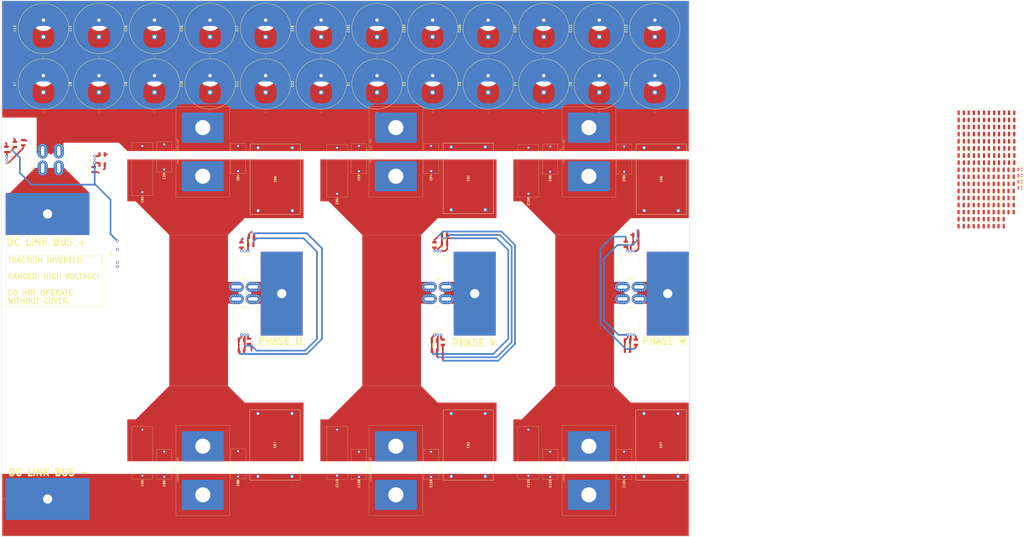
<source format=kicad_pcb>
(kicad_pcb (version 20241229) (generator "pcbnew") (generator_version "9.0")
  (layers (0 "F.Cu" signal) (4 "In1.Cu" signal) (6 "In2.Cu" signal) (2 "B.Cu" signal) (13 "F.Paste" user) (15 "B.Paste" user) (5 "F.SilkS" user "F.Silkscreen") (7 "B.SilkS" user "B.Silkscreen") (1 "F.Mask" user) (3 "B.Mask" user) (25 "Edge.Cuts" user))
  (net 0 "")
  (net 1 "DC_LINK_BUS")
  (net 2 "GNDPWR")
  (net 3 "DC_LINK_BUS_ISOLATED_VSENSE")
  (net 4 "+5V")
  (net 5 "Net-(IC1--IN)")
  (net 6 "Net-(IC1-+IN)")
  (net 7 "GND")
  (net 8 "Net-(IC2--IN)")
  (net 9 "Net-(IC2-+IN)")
  (net 10 "PHASE_U_ISOLATED_VSENSE")
  (net 11 "DC_LINK_BUS_IN")
  (net 12 "Net-(IC3-VIOUT)")
  (net 13 "Net-(IC4-VIOUT)")
  (net 14 "PHASE_U")
  (net 15 "PHASE_U_OUT")
  (net 16 "Net-(IC5-VIOUT)")
  (net 17 "Net-(IC6-VIOUT)")
  (net 18 "PHASE_V_OUT")
  (net 19 "PHASE_V")
  (net 20 "Net-(IC7-VIOUT)")
  (net 21 "Net-(IC8-VIOUT)")
  (net 22 "PHASE_W_OUT")
  (net 23 "PHASE_W")
  (net 24 "Net-(IC9-VIOUT)")
  (net 25 "Net-(IC10-VIOUT)")
  (net 26 "Net-(IC11-+IN)")
  (net 27 "PHASE_V_ISOLATED_VSENSE")
  (net 28 "Net-(IC11--IN)")
  (net 29 "Net-(IC12--IN)")
  (net 30 "PHASE_W_ISOLATED_VSENSE")
  (net 31 "Net-(IC12-+IN)")
  (net 32 "Net-(AT1-DCDC_IN)")
  (net 33 "Net-(AT1-DCDC_OUT)")
  (net 34 "Net-(AT1-HLDO_OUT)")
  (net 35 "Net-(AT1-INP)")
  (net 36 "Net-(AT1-INN)")
  (net 37 "Net-(AT2-HLDO_OUT)")
  (net 38 "Net-(AT2-INP)")
  (net 39 "Net-(AT2-INN)")
  (net 40 "Net-(AT2-DCDC_OUT)")
  (net 41 "Net-(AT2-DCDC_IN)")
  (net 42 "Net-(AT3-HLDO_OUT)")
  (net 43 "Net-(AT3-INP)")
  (net 44 "Net-(AT3-INN)")
  (net 45 "Net-(AT3-DCDC_OUT)")
  (net 46 "Net-(AT3-DCDC_IN)")
  (net 47 "Net-(AT4-HLDO_OUT)")
  (net 48 "Net-(AT4-INN)")
  (net 49 "Net-(AT4-INP)")
  (net 50 "Net-(AT4-DCDC_OUT)")
  (net 51 "Net-(AT4-DCDC_IN)")
  (net 52 "DC_LINK_BUS_CURRENT_SENSE")
  (net 53 "PHASE_U_ISENSE")
  (net 54 "PHASE_V_ISENSE")
  (net 55 "PHASE_W_ISENSE")
  (net 56 "Net-(R10-Pad2)")
  (net 57 "Net-(R10-Pad1)")
  (net 58 "Net-(R11-Pad1)")
  (net 59 "Net-(R12-Pad1)")
  (net 60 "Net-(R13-Pad1)")
  (net 61 "DC_LINK_BUS_VSENSE")
  (net 62 "Net-(R16-Pad1)")
  (net 63 "Net-(R17-Pad1)")
  (net 64 "Net-(R18-Pad1)")
  (net 65 "Net-(R19-Pad1)")
  (net 66 "Net-(R20-Pad1)")
  (net 67 "PHASE_U_VSENSE")
  (net 68 "Net-(R23-Pad1)")
  (net 69 "Net-(R24-Pad1)")
  (net 70 "Net-(R25-Pad1)")
  (net 71 "Net-(R26-Pad1)")
  (net 72 "Net-(R27-Pad1)")
  (net 73 "PHASE_V_VSENSE")
  (net 74 "Net-(R30-Pad1)")
  (net 75 "Net-(R31-Pad1)")
  (net 76 "Net-(R32-Pad1)")
  (net 77 "Net-(R33-Pad1)")
  (net 78 "Net-(R34-Pad1)")
  (net 79 "PHASE_W_VSENSE")
  (net 80 "Net-(AT1-OUTP)")
  (net 81 "Net-(AT1-OUTN)")
  (net 82 "Net-(AT2-OUTN)")
  (net 83 "Net-(AT2-OUTP)")
  (net 84 "Net-(AT3-OUTN)")
  (net 85 "Net-(AT3-OUTP)")
  (net 86 "Net-(AT4-OUTN)")
  (net 87 "Net-(AT4-OUTP)")
  (net 88 "+12V")
  (footprint "Capacitor_SMD:C_1210_3225Metric_Pad1.33x2.70mm_HandSolder" (layer "F.Cu") (at 499.885 16.405)
    (property "Reference" "C61")
    (property "Value" "10nF")
  )
  (footprint "InverterCom:BusBarConnection" (layer "F.Cu") (at -83 72.5 90)
    (property "Reference" "J2")
    (property "Value" "~" (hide yes))
  )
  (footprint "InverterCom:ALH82A750CB600" (layer "F.Cu") (at 34.3 -33.1 90)
    (property "Reference" "C16")
    (property "Value" "ALH82A750CB600" (hide yes))
  )
  (footprint "InverterCom:ALH82A750CB600" (layer "F.Cu") (at -31.9 -33.1 90)
    (property "Reference" "C14")
    (property "Value" "ALH82A750CB600" (hide yes))
  )
  (footprint "Capacitor_SMD:C_1210_3225Metric_Pad1.33x2.70mm_HandSolder" (layer "F.Cu") (at 511.905 37.655)
    (property "Reference" "C82")
    (property "Value" "100nF")
  )
  (footprint "Capacitor_SMD:C_1210_3225Metric_Pad1.33x2.70mm_HandSolder" (layer "F.Cu") (at 487.865 20.655)
    (property "Reference" "C46")
    (property "Value" "10nF")
  )
  (footprint "InverterCom:ALH82A750CB600" (layer "F.Cu") (at 266.2 0 90)
    (property "Reference" "C5")
    (property "Value" "ALH82A750CB600" (hide yes))
  )
  (footprint "Resistor_SMD:R_1210_3225Metric_Pad1.30x2.65mm_HandSolder" (layer "F.Cu") (at 511.575 46.135)
    (property "Reference" "R54")
    (property "Value" "16.5k")
  )
  (footprint "InverterCom:ALH82A750CB600" (layer "F.Cu") (at 133.8 0 90)
    (property "Reference" "C1")
    (property "Value" "ALH82A750CB600" (hide yes))
  )
  (footprint "Capacitor_SMD:C_1210_3225Metric_Pad1.33x2.70mm_HandSolder" (layer "F.Cu") (at 53 147.5 180)
    (property "Reference" "C19")
    (property "Value" "100nF")
  )
  (footprint "Capacitor_SMD:C_1210_3225Metric_Pad1.33x2.70mm_HandSolder" (layer "F.Cu") (at 481.855 29.155)
    (property "Reference" "C40")
    (property "Value" "10nF")
  )
  (footprint "InverterCom:CM600HA-24H-PWR" (layer "F.Cu") (at 145 240 90)
    (property "Reference" "Q4")
    (property "Value" "~" (hide yes))
  )
  (footprint "Capacitor_SMD:C_1210_3225Metric_Pad1.33x2.70mm_HandSolder" (layer "F.Cu") (at 168 154)
    (property "Reference" "C31")
    (property "Value" "1uF")
  )
  (footprint "Capacitor_SMD:C_1210_3225Metric_Pad1.33x2.70mm_HandSolder" (layer "F.Cu") (at 174 90 180)
    (property "Reference" "C30")
    (property "Value" "100nF")
  )
  (footprint "InverterCom:BusBarConnection" (layer "F.Cu") (at 192 99.5)
    (property "Reference" "J4")
    (property "Value" "~" (hide yes))
  )
  (footprint "InverterCom:ALH82A750CB600" (layer "F.Cu") (at 133.8 -33.1 90)
    (property "Reference" "C101")
    (property "Value" "ALH82A750CB600" (hide yes))
  )
  (footprint "Resistor_SMD:R_1210_3225Metric_Pad1.30x2.65mm_HandSolder" (layer "F.Cu") (at 499.675 54.555)
    (property "Reference" "R38")
    (property "Value" "0")
  )
  (footprint "InverterCom:CM600HA-24H-PWR" (layer "F.Cu") (at 30 240 90)
    (property "Reference" "Q2")
    (property "Value" "~" (hide yes))
  )
  (footprint "Capacitor_SMD:C_1210_3225Metric_Pad1.33x2.70mm_HandSolder" (layer "F.Cu") (at 511.905 33.405)
    (property "Reference" "C81")
    (property "Value" "1uF")
  )
  (footprint "InverterCom:B32774X__31.5_x_12.5_" (layer "F.Cu") (at 224 60.5 90)
    (property "Reference" "C100")
    (property "Value" "B32774X0205K000" (hide yes))
  )
  (footprint "Capacitor_SMD:C_1210_3225Metric_Pad1.33x2.70mm_HandSolder" (layer "F.Cu") (at 493.875 33.405)
    (property "Reference" "C57")
    (property "Value" "1uF")
  )
  (footprint "Capacitor_SMD:C_1210_3225Metric_Pad1.33x2.70mm_HandSolder" (layer "F.Cu") (at 505.895 29.155)
    (property "Reference" "C72")
    (property "Value" "10nF")
  )
  (footprint "Capacitor_SMD:C_1210_3225Metric_Pad1.33x2.70mm_HandSolder" (layer "F.Cu") (at 288 85 180)
    (property "Reference" "C28")
    (property "Value" "1uF")
  )
  (footprint "InverterCom:CM600HA-24H-PWR" (layer "F.Cu") (at 145 50 90)
    (property "Reference" "Q3")
    (property "Value" "~" (hide yes))
  )
  (footprint "InverterCom:SOT65P210X110-5N" (layer "F.Cu") (at 516.875 53.28)
    (property "Reference" "IC11")
    (property "Value" "TLV6001QDCKRQ1" (hide yes))
  )
  (footprint "Resistor_SMD:R_1210_3225Metric_Pad1.30x2.65mm_HandSolder" (layer "F.Cu") (at 499.675 58.765)
    (property "Reference" "R39")
    (property "Value" "10k")
  )
  (footprint "Resistor_SMD:R_1210_3225Metric_Pad1.30x2.65mm_HandSolder" (layer "F.Cu") (at 481.825 71.395)
    (property "Reference" "R15")
    (property "Value" "0")
  )
  (footprint "Resistor_SMD:R_1210_3225Metric_Pad1.30x2.65mm_HandSolder" (layer "F.Cu") (at -77 30 90)
    (property "Reference" "R2")
    (property "Value" "4.7k")
  )
  (footprint "InverterCom:ALH82A750CB600" (layer "F.Cu") (at 299.3 0 90)
    (property "Reference" "C6")
    (property "Value" "ALH82A750CB600" (hide yes))
  )
  (footprint "InverterCom:CM600HA-24H-PWR" (layer "F.Cu") (at 260 50 90)
    (property "Reference" "Q5")
    (property "Value" "~" (hide yes))
  )
  (footprint "Resistor_SMD:R_1210_3225Metric_Pad1.30x2.65mm_HandSolder" (layer "F.Cu") (at 493.725 54.555)
    (property "Reference" "R29")
    (property "Value" "4.7k")
  )
  (footprint "Resistor_SMD:R_1210_3225Metric_Pad1.30x2.65mm_HandSolder" (layer "F.Cu") (at 505.625 75.605)
    (property "Reference" "R52")
    (property "Value" "10k")
  )
  (footprint "Sensor_Current:Allegro_CB_PFF" (layer "F.Cu") (at 283.12 144.585)
    (property "Reference" "IC9")
    (property "Value" "ACS772ECB-400B-PFF-T")
  )
  (footprint "Capacitor_SMD:C_1210_3225Metric_Pad1.33x2.70mm_HandSolder" (layer "F.Cu") (at 487.865 12.155)
    (property "Reference" "C44")
    (property "Value" "100nF")
  )
  (footprint "InverterCom:ALH82A750CB600" (layer "F.Cu") (at 100.5 0 90)
    (property "Reference" "C12")
    (property "Value" "ALH82A750CB600" (hide yes))
  )
  (footprint "InverterCom:C4AQNBW5200M3LJ" (layer "F.Cu") (at 313.15 229 90)
    (property "Reference" "C97")
    (property "Value" "C4AQNBW5200M3LJ" (hide yes))
  )
  (footprint "Capacitor_SMD:C_1210_3225Metric_Pad1.33x2.70mm_HandSolder" (layer "F.Cu") (at -35 46 -90)
    (property "Reference" "C34")
    (property "Value" "100nF")
  )
  (footprint "InverterCom:CM600HA-24H-PWR" (layer "F.Cu") (at 260 240 90)
    (property "Reference" "Q6")
    (property "Value" "~" (hide yes))
  )
  (footprint "Resistor_SMD:R_1210_3225Metric_Pad1.30x2.65mm_HandSolder" (layer "F.Cu") (at 481.825 58.765)
    (property "Reference" "R12")
    (property "Value" "1M")
  )
  (footprint "InverterCom:B32652__18_x_9_" (layer "F.Cu") (at 281 47.275 90)
    (property "Reference" "C99")
    (property "Value" "B32652A0104K000" (hide yes))
  )
  (footprint "Capacitor_SMD:C_1210_3225Metric_Pad1.33x2.70mm_HandSolder" (layer "F.Cu") (at 481.855 24.905)
    (property "Reference" "C39")
    (property "Value" "1uF")
  )
  (footprint "Capacitor_SMD:C_1210_3225Metric_Pad1.33x2.70mm_HandSolder" (layer "F.Cu") (at 505.895 12.155)
    (property "Reference" "C68")
    (property "Value" "10nF")
  )
  (footprint "Capacitor_SMD:C_1210_3225Metric_Pad1.33x2.70mm_HandSolder" (layer "F.Cu") (at 493.875 16.405)
    (property "Reference" "C53")
    (property "Value" "1uF")
  )
  (footprint "InverterCom:SOT65P210X110-5N" (layer "F.Cu") (at 516.875 45.88)
    (property "Reference" "IC1")
    (property "Value" "TLV6001QDCKRQ1" (hide yes))
  )
  (footprint "Resistor_SMD:R_1210_3225Metric_Pad1.30x2.65mm_HandSolder" (layer "F.Cu") (at 481.825 67.185)
    (property "Reference" "R14")
    (property "Value" "4.7k")
  )
  (footprint "Capacitor_SMD:C_1210_3225Metric_Pad1.33x2.70mm_HandSolder" (layer "F.Cu") (at 499.885 29.155)
    (property "Reference" "C64")
    (property "Value" "100nF")
  )
  (footprint "Capacitor_SMD:C_1210_3225Metric_Pad1.33x2.70mm_HandSolder" (layer "F.Cu") (at 58.56 90.89)
    (property "Reference" "C32")
    (property "Value" "100nF")
  )
  (footprint "Capacitor_SMD:C_1210_3225Metric_Pad1.33x2.70mm_HandSolder" (layer "F.Cu") (at -30 43)
    (property "Reference" "C23")
    (property "Value" "1uF")
  )
  (footprint "Resistor_SMD:R_1210_3225Metric_Pad1.30x2.65mm_HandSolder" (layer "F.Cu") (at 481.825 54.555)
    (property "Reference" "R11")
    (property "Value" "1M")
  )
  (footprint "InverterCom:ALH82A750CB600" (layer "F.Cu") (at 67.4 -33.1 90)
    (property "Reference" "C17")
    (property "Value" "ALH82A750CB600" (hide yes))
  )
  (footprint "Capacitor_SMD:C_1210_3225Metric_Pad1.33x2.70mm_HandSolder" (layer "F.Cu") (at 174 85 180)
    (property "Reference" "C33")
    (property "Value" "1uF")
  )
  (footprint "InverterCom:ALH82A750CB600" (layer "F.Cu") (at 67.4 0 90)
    (property "Reference" "C11")
    (property "Value" "ALH82A750CB600" (hide yes))
  )
  (footprint "Resistor_SMD:R_1210_3225Metric_Pad1.30x2.65mm_HandSolder" (layer "F.Cu") (at 493.725 46.135)
    (property "Reference" "R27")
    (property "Value" "0")
  )
  (footprint "Capacitor_SMD:C_1210_3225Metric_Pad1.33x2.70mm_HandSolder" (layer "F.Cu") (at 511.905 20.655)
    (property "Reference" "C78")
    (property "Value" "1uF")
  )
  (footprint "InverterCom:B32774X__31.5_x_12.5_" (layer "F.Cu") (at 110 228.625 90)
    (property "Reference" "C110")
    (property "Value" "B32774X0205K000" (hide yes))
  )
  (footprint "InverterCom:C4AQNBW5200M3LJ" (layer "F.Cu") (at 83.15 229 90)
    (property "Reference" "C87")
    (property "Value" "C4AQNBW5200M3LJ" (hide yes))
  )
  (footprint "InverterCom:ALH82A750CB600" (layer "F.Cu") (at 200 0 90)
    (property "Reference" "C3")
    (property "Value" "ALH82A750CB600" (hide yes))
  )
  (footprint "InverterCom:B32652__18_x_9_" (layer "F.Cu") (at 237 47.275 90)
    (property "Reference" "C98")
    (property "Value" "B32652A0104K000" (hide yes))
  )
  (footprint "Sensor_Current:Allegro_CB_PFF" (layer "F.Cu") (at -86.825 38.15 -90)
    (property "Reference" "IC3")
    (property "Value" "ACS772ECB-400B-PFF-T")
  )
  (footprint "InverterCom:B32652__18_x_9_" (layer "F.Cu") (at 237 229.275 90)
    (property "Reference" "C103")
    (property "Value" "B32652A0104K000" (hide yes))
  )
  (footprint "Resistor_SMD:R_1210_3225Metric_Pad1.30x2.65mm_HandSolder" (layer "F.Cu") (at 505.625 50.345)
    (property "Reference" "R46")
    (property "Value" "10k")
  )
  (footprint "Capacitor_SMD:C_1210_3225Metric_Pad1.33x2.70mm_HandSolder" (layer "F.Cu") (at 493.875 29.155)
    (property "Reference" "C56")
    (property "Value" "10nF")
  )
  (footprint "Resistor_SMD:R_1210_3225Metric_Pad1.30x2.65mm_HandSolder" (layer "F.Cu") (at 487.775 71.395)
    (property "Reference" "R24")
    (property "Value" "1M")
  )
  (footprint "Sensor_Current:Allegro_CB_PFF" (layer "F.Cu") (at 56.91 94.6 180)
    (property "Reference" "IC6")
    (property "Value" "ACS772ECB-400B-PFF-T")
  )
  (footprint "Capacitor_SMD:C_1210_3225Metric_Pad1.33x2.70mm_HandSolder" (layer "F.Cu") (at 481.855 12.155)
    (property "Reference" "C35")
    (property "Value" "1uF")
  )
  (footprint "Capacitor_SMD:C_1210_3225Metric_Pad1.33x2.70mm_HandSolder" (layer "F.Cu") (at 493.875 12.155)
    (property "Reference" "C52")
    (property "Value" "100nF")
  )
  (footprint "InverterCom:B32652__18_x_9_" (layer "F.Cu") (at 7 46 90)
    (property "Reference" "C20")
    (property "Value" "B32652A0104K000" (hide yes))
  )
  (footprint "InverterCom:ALH82A750CB600" (layer "F.Cu") (at 100.5 -33.1 90)
    (property "Reference" "C18")
    (property "Value" "ALH82A750CB600" (hide yes))
  )
  (footprint "Resistor_SMD:R_1210_3225Metric_Pad1.30x2.65mm_HandSolder" (layer "F.Cu") (at 493.725 58.765)
    (property "Reference" "R30")
    (property "Value" "1M")
  )
  (footprint "InverterCom:ALH82A750CB600" (layer "F.Cu") (at 266.2 -33.1 90)
    (property "Reference" "C111")
    (property "Value" "ALH82A750CB600" (hide yes))
  )
  (footprint "Resistor_SMD:R_1210_3225Metric_Pad1.30x2.65mm_HandSolder" (layer "F.Cu") (at 499.675 46.135)
    (property "Reference" "R36")
    (property "Value" "4.7k")
  )
  (footprint "Resistor_SMD:R_1210_3225Metric_Pad1.30x2.65mm_HandSolder" (layer "F.Cu") (at 499.675 67.185)
    (property "Reference" "R41")
    (property "Value" "16.5k")
  )
  (footprint "Capacitor_SMD:C_1210_3225Metric_Pad1.33x2.70mm_HandSolder" (layer "F.Cu") (at 499.885 12.155)
    (property "Reference" "C60")
    (property "Value" "10nF")
  )
  (footprint "InverterCom:CM600HA-24H-PWR" (layer "F.Cu") (at 30 50 90)
    (property "Reference" "Q1")
    (property "Value" "~" (hide yes))
  )
  (footprint "InverterCom:RKE1205SH" (layer "F.Cu") (at -20.915 103.825 90)
    (property "Reference" "PS1")
    (property "Value" "RKE-1205S_H" (hide yes))
  )
  (footprint "InverterCom:B32652__18_x_9_" (layer "F.Cu") (at 51 229 90)
    (property "Reference" "C88")
    (property "Value" "B32652A0104K000" (hide yes))
  )
  (footprint "InverterCom:ALH82A750CB600" (layer "F.Cu") (at 1.2 0 90)
    (property "Reference" "C9")
    (property "Value" "ALH82A750CB600" (hide yes))
  )
  (footprint "Resistor_SMD:R_1210_3225Metric_Pad1.30x2.65mm_HandSolder" (layer "F.Cu") (at 481.825 46.135)
    (property "Reference" "R9")
    (property "Value" "1M")
  )
  (footprint "Capacitor_SMD:C_1210_3225Metric_Pad1.33x2.70mm_HandSolder" (layer "F.Cu") (at 487.865 33.405)
    (property "Reference" "C49")
    (property "Value" "10nF")
  )
  (footprint "Capacitor_SMD:C_1210_3225Metric_Pad1.33x2.70mm_HandSolder" (layer "F.Cu") (at 283 154)
    (property "Reference" "C37")
    (property "Value" "1uF")
  )
  (footprint "Resistor_SMD:R_1210_3225Metric_Pad1.30x2.65mm_HandSolder" (layer "F.Cu") (at 505.625 79.815)
    (property "Reference" "R53")
    (property "Value" "16.5k")
  )
  (footprint "InverterCom:ALH82A750CB600" (layer "F.Cu") (at 1.2 -33.1 90)
    (property "Reference" "C15")
    (property "Value" "ALH82A750CB600" (hide yes))
  )
  (footprint "Capacitor_SMD:C_1210_3225Metric_Pad1.33x2.70mm_HandSolder" (layer "F.Cu") (at 505.895 41.905)
    (property "Reference" "C75")
    (property "Value" "10nF")
  )
  (footprint "InverterCom:B32652__18_x_9_" (layer "F.Cu") (at 166 47 90)
    (property "Reference" "C94")
    (property "Value" "B32652A0104K000" (hide yes))
  )
  (footprint "Sensor_Current:Allegro_CB_PFF" (layer "F.Cu") (at 53.1 144.585)
    (property "Reference" "IC5")
    (property "Value" "ACS772ECB-400B-PFF-T")
  )
  (footprint "Capacitor_SMD:C_1210_3225Metric_Pad1.33x2.70mm_HandSolder" (layer "F.Cu") (at 288 90 180)
    (property "Reference" "C27")
    (property "Value" "100nF")
  )
  (footprint "InverterCom:C4AQNBW5200M3LJ" (layer "F.Cu") (at 313.3 70.5 90)
    (property "Reference" "C96")
    (property "Value" "C4AQNBW5200M3LJ" (hide yes))
  )
  (footprint "InverterCom:ALH82A750CB600" (layer "F.Cu") (at 166.9 0 90)
    (property "Reference" "C2")
    (property "Value" "ALH82A750CB600" (hide yes))
  )
  (footprint "Resistor_SMD:R_1210_3225Metric_Pad1.30x2.65mm_HandSolder" (layer "F.Cu") (at 511.575 58.765)
    (property "Reference" "R57")
    (property "Value" "10k")
  )
  (footprint "Capacitor_SMD:C_1210_3225Metric_Pad1.33x2.70mm_HandSolder" (layer "F.Cu") (at 481.855 20.655)
    (property "Reference" "C38")
    (property "Value" "100nF")
  )
  (footprint "InverterCom:B32652__18_x_9_" (layer "F.Cu") (at 123 229.275 90)
    (property "Reference" "C108")
    (property "Value" "B32652A0104K000" (hide yes))
  )
  (footprint "Resistor_SMD:R_1210_3225Metric_Pad1.30x2.65mm_HandSolder" (layer "F.Cu") (at 511.575 50.345)
    (property "Reference" "R55")
    (property "Value" "0")
  )
  (footprint "Capacitor_SMD:C_1210_3225Metric_Pad1.33x2.70mm_HandSolder" (layer "F.Cu") (at 511.905 41.905)
    (property "Reference" "C83")
    (property "Value" "100nF")
  )
  (footprint "InverterCom:BusBarConnection" (layer "F.Cu") (at 307 99.5)
    (property "Reference" "J5")
    (property "Value" "~" (hide yes))
  )
  (footprint "InverterCom:ALH82A750CB600" (layer "F.Cu") (at -65 -33.1 90)
    (property "Reference" "C13")
    (property "Value" "ALH82A750CB600" (hide yes))
  )
  (footprint "Resistor_SMD:R_1210_3225Metric_Pad1.30x2.65mm_HandSolder" (layer "F.Cu") (at 168 91 -90)
    (property "Reference" "R6")
    (property "Value" "4.7k")
  )
  (footprint "Resistor_SMD:R_1210_3225Metric_Pad1.30x2.65mm_HandSolder" (layer "F.Cu") (at 481.825 75.605)
    (property "Reference" "R16")
    (property "Value" "1M")
  )
  (footprint "Resistor_SMD:R_1210_3225Metric_Pad1.30x2.65mm_HandSolder" (layer "F.Cu") (at 499.675 50.345)
    (property "Reference" "R37")
    (property "Value" "0")
  )
  (footprint "Resistor_SMD:R_1210_3225Metric_Pad1.30x2.65mm_HandSolder" (layer "F.Cu") (at 511.575 67.185)
    (property "Reference" "R59")
    (property "Value" "16.5k")
  )
  (footprint "Capacitor_SMD:C_1210_3225Metric_Pad1.33x2.70mm_HandSolder" (layer "F.Cu") (at 487.865 16.405)
    (property "Reference" "C45")
    (property "Value" "1uF")
  )
  (footprint "Capacitor_SMD:C_1210_3225Metric_Pad1.33x2.70mm_HandSolder" (layer "F.Cu") (at -87 34 -90)
    (property "Reference" "C22")
    (property "Value" "100nF")
  )
  (footprint "Capacitor_SMD:C_1210_3225Metric_Pad1.33x2.70mm_HandSolder" (layer "F.Cu") (at 481.855 37.655)
    (property "Reference" "C42")
    (property "Value" "100nF")
  )
  (footprint "Resistor_SMD:R_1210_3225Metric_Pad1.30x2.65mm_HandSolder" (layer "F.Cu") (at 493.725 71.395)
    (property "Reference" "R33")
    (property "Value" "1M")
  )
  (footprint "Resistor_SMD:R_1210_3225Metric_Pad1.30x2.65mm_HandSolder" (layer "F.Cu") (at 493.725 50.345)
    (property "Reference" "R28")
    (property "Value" "0")
  )
  (footprint "InverterCom:B32774X__31.5_x_12.5_" (layer "F.Cu") (at -6 228.625 90)
    (property "Reference" "C90")
    (property "Value" "B32774X0205K000" (hide yes))
  )
  (footprint "InverterCom:B32652__18_x_9_" (layer "F.Cu") (at 281 229.275 90)
    (property "Reference" "C104")
    (property "Value" "B32652A0104K000" (hide yes))
  )
  (footprint "Resistor_SMD:R_1210_3225Metric_Pad1.30x2.65mm_HandSolder" (layer "F.Cu") (at 487.775 50.345)
    (property "Reference" "R19")
    (property "Value" "1M")
  )
  (footprint "Resistor_SMD:R_1210_3225Metric_Pad1.30x2.65mm_HandSolder" (layer "F.Cu") (at 505.625 62.975)
    (property "Reference" "R49")
    (property "Value" "0")
  )
  (footprint "Resistor_SMD:R_1210_3225Metric_Pad1.30x2.65mm_HandSolder" (layer "F.Cu") (at 511.575 62.975)
    (property "Reference" "R58")
    (property "Value" "10k")
  )
  (footprint "Resistor_SMD:R_1210_3225Metric_Pad1.30x2.65mm_HandSolder" (layer "F.Cu") (at 487.775 67.185)
    (property "Reference" "R23")
    (property "Value" "1M")
  )
  (footprint "Capacitor_SMD:C_1210_3225Metric_Pad1.33x2.70mm_HandSolder" (layer "F.Cu") (at 505.895 20.655)
    (property "Reference" "C70")
    (property "Value" "100nF")
  )
  (footprint "Resistor_SMD:R_1210_3225Metric_Pad1.30x2.65mm_HandSolder" (layer "F.Cu") (at 493.725 79.815)
    (property "Reference" "R35")
    (property "Value" "0")
  )
  (footprint "Resistor_SMD:R_1210_3225Metric_Pad1.30x2.65mm_HandSolder" (layer "F.Cu") (at 487.775 58.765)
    (property "Reference" "R21")
    (property "Value" "0")
  )
  (footprint "Capacitor_SMD:C_1210_3225Metric_Pad1.33x2.70mm_HandSolder" (layer "F.Cu") (at 481.855 33.405)
    (property "Reference" "C41")
    (property "Value" "10nF")
  )
  (footprint "Capacitor_SMD:C_1210_3225Metric_Pad1.33x2.70mm_HandSolder" (layer "F.Cu") (at 511.905 16.405)
    (property "Reference" "C77")
    (property "Value" "1uF")
  )
  (footprint "Capacitor_SMD:C_1210_3225Metric_Pad1.33x2.70mm_HandSolder" (layer "F.Cu") (at 505.895 16.405)
    (property "Reference" "C69")
    (property "Value" "1uF")
  )
  (footprint "Capacitor_SMD:C_1210_3225Metric_Pad1.33x2.70mm_HandSolder" (layer "F.Cu") (at 481.855 16.405)
    (property "Reference" "C36")
    (property "Value" "100nF")
  )
  (footprint "InverterCom:ALH82A750CB600" (layer "F.Cu") (at -31.9 0 90)
    (property "Reference" "C8")
    (property "Value" "ALH82A750CB600" (hide yes))
  )
  (footprint "Sensor_Current:Allegro_CB_PFF" (layer "F.Cu") (at -34.43 41.9 90)
    (property "Reference" "IC4")
    (property "Value" "ACS772ECB-400B-PFF-T")
  )
  (footprint "InverterCom:ALH82A750CB600" (layer "F.Cu") (at 34.3 0 90)
    (property "Reference" "C10")
    (property "Value" "ALH82A750CB600" (hide yes))
  )
  (footprint "Capacitor_SMD:C_1210_3225Metric_Pad1.33x2.70mm_HandSolder" (layer "F.Cu") (at 493.875 41.905)
    (property "Reference" "C59")
    (property "Value" "100nF")
  )
  (footprint "InverterCom:C4AQNBW5200M3LJ" (layer "F.Cu") (at 83.3 70.5 90)
    (property "Reference" "C86")
    (property "Value" "C4AQNBW5200M3LJ" (hide yes))
  )
  (footprint "InverterCom:SOT65P210X110-5N" (layer "F.Cu") (at 516.875 56.98)
    (property "Reference" "IC12")
    (property "Value" "TLV6001QDCKRQ1" (hide yes))
  )
  (footprint "InverterCom:B32774X__31.5_x_12.5_" (layer "F.Cu") (at 110 60.5 90)
    (property "Reference" "C95")
    (property "Value" "B32774X0205K000" (hide yes))
  )
  (footprint "InverterCom:B32652__18_x_9_" (layer "F.Cu") (at 123 47 90)
    (property "Reference" "C93")
    (property "Value" "B32652A0104K000" (hide yes))
  )
  (footprint "InverterCom:ALH82A750CB600" (layer "F.Cu") (at -65 0 90)
    (property "Reference" "C7")
    (property "Value" "ALH82A750CB600" (hide yes))
  )
  (footprint "Resistor_SMD:R_1210_3225Metric_Pad1.30x2.65mm_HandSolder" (layer "F.Cu") (at 499.675 62.975)
    (property "Reference" "R40")
    (property "Value" "10k")
  )
  (footprint "Resistor_SMD:R_1210_3225Metric_Pad1.30x2.65mm_HandSolder" (layer "F.Cu") (at 173 149 -90)
    (property "Reference" "R5")
    (property "Value" "4.7k")
  )
  (footprint "Capacitor_SMD:C_1210_3225Metric_Pad1.33x2.70mm_HandSolder" (layer "F.Cu") (at 499.885 33.405)
    (property "Reference" "C65")
    (property "Value" "1uF")
  )
  (footprint "Capacitor_SMD:C_1210_3225Metric_Pad1.33x2.70mm_HandSolder" (layer "F.Cu") (at -82 31 90)
    (property "Reference" "C21")
    (property "Value" "1uF")
  )
  (footprint "InverterCom:B32652__18_x_9_" (layer "F.Cu") (at 51 47 90)
    (property "Reference" "C84")
    (property "Value" "B32652A0104K000" (hide yes))
  )
  (footprint "Resistor_SMD:R_1210_3225Metric_Pad1.30x2.65mm_HandSolder" (layer "F.Cu") (at 505.625 71.395)
    (property "Reference" "R51")
    (property "Value" "10k")
  )
  (footprint "InverterCom:B32774X__31.5_x_12.5_" (layer "F.Cu") (at -6 59.5 90)
    (property "Reference" "C85")
    (property "Value" "B32774X0205K000" (hide yes))
  )
  (footprint "Capacitor_SMD:C_1210_3225Metric_Pad1.33x2.70mm_HandSolder" (layer "F.Cu") (at 499.885 41.905)
    (property "Reference" "C67")
    (property "Value" "100nF")
  )
  (footprint "Resistor_SMD:R_1210_3225Metric_Pad1.30x2.65mm_HandSolder" (layer "F.Cu") (at 493.725 62.975)
    (property "Reference" "R31")
    (property "Value" "1M")
  )
  (footprint "Capacitor_SMD:C_1210_3225Metric_Pad1.33x2.70mm_HandSolder" (layer "F.Cu") (at 168 148 180)
    (property "Reference" "C24")
    (property "Value" "100nF")
  )
  (footprint "Capacitor_SMD:C_1210_3225Metric_Pad1.33x2.70mm_HandSolder" (layer "F.Cu") (at 505.895 33.405)
    (property "Reference" "C73")
    (property "Value" "10nF")
  )
  (footprint "InverterCom:C4AQNBW5200M3LJ" (layer "F.Cu") (at 198.3 70 90)
    (property "Reference" "C91")
    (property "Value" "C4AQNBW5200M3LJ" (hide yes))
  )
  (footprint "Resistor_SMD:R_1210_3225Metric_Pad1.30x2.65mm_HandSolder" (layer "F.Cu") (at 487.775 79.815)
    (property "Reference" "R26")
    (property "Value" "1M")
  )
  (footprint "Capacitor_SMD:C_1210_3225Metric_Pad1.33x2.70mm_HandSolder" (layer "F.Cu") (at 487.865 37.655)
    (property "Reference" "C50")
    (property "Value" "100nF")
  )
  (footprint "Resistor_SMD:R_1210_3225Metric_Pad1.30x2.65mm_HandSolder" (layer "F.Cu") (at 481.825 79.815)
    (property "Reference" "R17")
    (property "Value" "1M")
  )
  (footprint "Resistor_SMD:R_1210_3225Metric_Pad1.30x2.65mm_HandSolder" (layer "F.Cu") (at 53 91 -90)
    (property "Reference" "R4")
    (property "Value" "4.7k")
  )
  (footprint "InverterCom:ALH82A750CB600" (layer "F.Cu") (at 200 -33.1 90)
    (property "Reference" "C106")
    (property "Value" "ALH82A750CB600" (hide yes))
  )
  (footprint "Capacitor_SMD:C_1210_3225Metric_Pad1.33x2.70mm_HandSolder" (layer "F.Cu") (at 487.865 41.905)
    (property "Reference" "C51")
    (property "Value" "10nF")
  )
  (footprint "InverterCom:B32652__18_x_9_" (layer "F.Cu") (at 7 229.275 90)
    (property "Reference" "C89")
    (property "Value" "B32652A0104K000" (hide yes))
  )
  (footprint "Resistor_SMD:R_1210_3225Metric_Pad1.30x2.65mm_HandSolder" (layer "F.Cu") (at 511.575 54.555)
    (property "Reference" "R56")
    (property "Value" "0")
  )
  (footprint "Resistor_SMD:R_1210_3225Metric_Pad1.30x2.65mm_HandSolder" (layer "F.Cu") (at 288 149 -90)
    (property "Reference" "R7")
    (property "Value" "4.7k")
  )
  (footprint "InverterCom:ALH82A750CB600" (layer "F.Cu") (at 299.3 -33.1 90)
    (property "Reference" "C112")
    (property "Value" "ALH82A750CB600" (hide yes))
  )
  (footprint "InverterCom:ALH82A750CB600" (layer "F.Cu") (at 233.1 -33.1 90)
    (property "Reference" "C107")
    (property "Value" "ALH82A750CB600" (hide yes))
  )
  (footprint "Resistor_SMD:R_1210_3225Metric_Pad1.30x2.65mm_HandSolder" (layer "F.Cu") (at 505.625 54.555)
    (property "Reference" "R47")
    (property "Value" "16.5k")
  )
  (footprint "Capacitor_SMD:C_1210_3225Metric_Pad1.33x2.70mm_HandSolder" (layer "F.Cu") (at 53 154)
    (property "Reference" "C25")
    (property "Value" "1uF")
  )
  (footprint "Resistor_SMD:R_1210_3225Metric_Pad1.30x2.65mm_HandSolder" (layer "F.Cu") (at 499.675 75.605)
    (property "Reference" "R43")
    (property "Value" "0")
  )
  (footprint "Capacitor_SMD:C_1210_3225Metric_Pad1.33x2.70mm_HandSolder" (layer "F.Cu") (at 511.905 12.155)
    (property "Reference" "C76")
    (property "Value" "100nF")
  )
  (footprint "InverterCom:ALH82A750CB600" (layer "F.Cu") (at 233.1 0 90)
    (property "Reference" "C4")
    (property "Value" "ALH82A750CB600" (hide yes))
  )
  (footprint "Capacitor_SMD:C_1210_3225Metric_Pad1.33x2.70mm_HandSolder" (layer "F.Cu") (at 59 86)
    (property "Reference" "C29")
    (property "Value" "1uF")
  )
  (footprint "InverterCom:C4AQNBW5200M3LJ" (layer "F.Cu") (at 198.3 229 90)
    (property "Reference" "C92")
    (property "Value" "C4AQNBW5200M3LJ" (hide yes))
  )
  (footprint "Resistor_SMD:R_1210_3225Metric_Pad1.30x2.65mm_HandSolder" (layer "F.Cu") (at -30 37 180)
    (property "Reference" "R1")
    (property "Value" "4.7k")
  )
  (footprint "Resistor_SMD:R_1210_3225Metric_Pad1.30x2.65mm_HandSolder" (layer "F.Cu") (at 487.775 46.135)
    (property "Reference" "R18")
    (property "Value" "1M")
  )
  (footprint "Resistor_SMD:R_1210_3225Metric_Pad1.30x2.65mm_HandSolder" (layer "F.Cu") (at 481.825 62.975)
    (property "Reference" "R13")
    (property "Value" "0")
  )
  (footprint "Resistor_SMD:R_1210_3225Metric_Pad1.30x2.65mm_HandSolder" (layer "F.Cu") (at 493.725 67.185)
    (property "Reference" "R32")
    (property "Value" "1M")
  )
  (footprint "InverterCom:BusBarConnection" (layer "F.Cu") (at -83 242.5 90)
    (property "Reference" "J1")
    (property "Value" "~" (hide yes))
  )
  (footprint "Resistor_SMD:R_1210_3225Metric_Pad1.30x2.65mm_HandSolder" (layer "F.Cu") (at 499.675 79.815)
    (property "Reference" "R44")
    (property "Value" "0")
  )
  (footprint "InverterCom:B32652__18_x_9_" (layer "F.Cu") (at 166 229.275 90)
    (property "Reference" "C109")
    (property "Value" "B32652A0104K000" (hide yes))
  )
  (footprint "Capacitor_SMD:C_1210_3225Metric_Pad1.33x2.70mm_HandSolder" (layer "F.Cu") (at 505.895 37.655)
    (property "Reference" "C74")
    (property "Value" "100nF")
  )
  (footprint "Capacitor_SMD:C_1210_3225Metric_Pad1.33x2.70mm_HandSolder" (layer "F.Cu") (at 511.905 29.155)
    (property "Reference" "C80")
    (property "Value" "10nF")
  )
  (footprint "Capacitor_SMD:C_1210_3225Metric_Pad1.33x2.70mm_HandSolder" (layer "F.Cu") (at 481.855 41.905)
    (property "Reference" "C43")
    (property "Value" "10nF")
  )
  (footprint "Resistor_SMD:R_1210_3225Metric_Pad1.30x2.65mm_HandSolder" (layer "F.Cu") (at 511.575 71.395)
    (property "Reference" "R60")
    (property "Value" "16.5k")
  )
  (footprint "Capacitor_SMD:C_1210_3225Metric_Pad1.33x2.70mm_HandSolder" (layer "F.Cu") (at 487.865 29.155)
    (property "Reference" "C48")
    (property "Value" "10nF")
  )
  (footprint "InverterCom:BusBarConnection" (layer "F.Cu") (at 77 99.5)
    (property "Reference" "J3")
    (property "Value" "~" (hide yes))
  )
  (footprint "Capacitor_SMD:C_1210_3225Metric_Pad1.33x2.70mm_HandSolder" (layer "F.Cu") (at 505.895 24.905)
    (property "Reference" "C71")
    (property "Value" "100nF")
  )
  (footprint "Resistor_SMD:R_1210_3225Metric_Pad1.30x2.65mm_HandSolder" (layer "F.Cu") (at 487.775 54.555)
    (property "Reference" "R20")
    (property "Value" "0")
  )
  (footprint "Resistor_SMD:R_1210_3225Metric_Pad1.30x2.65mm_HandSolder" (layer "F.Cu") (at 493.725 75.605)
    (property "Reference" "R34")
    (property "Value" "0")
  )
  (footprint "Resistor_SMD:R_1210_3225Metric_Pad1.30x2.65mm_HandSolder" (layer "F.Cu") (at 487.775 62.975)
    (property "Reference" "R22")
    (property "Value" "4.7k")
  )
  (footprint "Capacitor_SMD:C_1210_3225Metric_Pad1.33x2.70mm_HandSolder" (layer "F.Cu") (at 283 148 180)
    (property "Reference" "C26")
    (property "Value" "100nF")
  )
  (footprint "InverterCom:SOT65P210X110-5N" (layer "F.Cu") (at 516.875 49.58)
    (property "Reference" "IC2")
    (property "Value" "TLV6001QDCKRQ1" (hide yes))
  )
  (footprint "Capacitor_SMD:C_1210_3225Metric_Pad1.33x2.70mm_HandSolder" (layer "F.Cu") (at 511.905 24.905)
    (property "Reference" "C79")
    (property "Value" "100nF")
  )
  (footprint "Resistor_SMD:R_1210_3225Metric_Pad1.30x2.65mm_HandSolder" (layer "F.Cu") (at 505.625 58.765)
    (property "Reference" "R48")
    (property "Value" "16.5k")
  )
  (footprint "Capacitor_SMD:C_1210_3225Metric_Pad1.33x2.70mm_HandSolder" (layer "F.Cu") (at 499.885 24.905)
    (property "Reference" "C63")
    (property "Value" "10nF")
  )
  (footprint "Sensor_Current:Allegro_CB_PFF" (layer "F.Cu") (at 171.91 94.6 180)
    (property "Reference" "IC8")
    (property "Value" "ACS772ECB-400B-PFF-T")
  )
  (footprint "Resistor_SMD:R_1210_3225Metric_Pad1.30x2.65mm_HandSolder" (layer "F.Cu") (at 505.625 67.185)
    (property "Reference" "R50")
    (property "Value" "0")
  )
  (footprint "Capacitor_SMD:C_1210_3225Metric_Pad1.33x2.70mm_HandSolder" (layer "F.Cu") (at 499.885 37.655)
    (property "Reference" "C66")
    (property "Value" "1uF")
  )
  (footprint "Resistor_SMD:R_1210_3225Metric_Pad1.30x2.65mm_HandSolder" (layer "F.Cu") (at 282 90.55 -90)
    (property "Reference" "R8")
    (property "Value" "4.7k")
  )
  (footprint "Sensor_Current:Allegro_CB_PFF" (layer "F.Cu") (at 168.1 144.585)
    (property "Reference" "IC7")
    (property "Value" "ACS772ECB-400B-PFF-T")
  )
  (footprint "Resistor_SMD:R_1210_3225Metric_Pad1.30x2.65mm_HandSolder" (layer "F.Cu") (at 505.625 46.135)
    (property "Reference" "R45")
    (property "Value" "10k")
  )
  (footprint "Sensor_Current:Allegro_CB_PFF" (layer "F.Cu") (at 286.91 94.6 180)
    (property "Reference" "IC10")
    (property "Value" "ACS772ECB-400B-PFF-T")
  )
  (footprint "Resistor_SMD:R_1210_3225Metric_Pad1.30x2.65mm_HandSolder" (layer "F.Cu") (at 499.675 71.395)
    (property "Reference" "R42")
    (property "Value" "16.5k")
  )
  (footprint "Resistor_SMD:R_1210_3225Metric_Pad1.30x2.65mm_HandSolder" (layer "F.Cu") (at 481.825 50.345)
    (property "Reference" "R10")
    (property "Value" "1M")
  )
  (footprint "InverterCom:ALH82A750CB600" (layer "F.Cu") (at 166.9 -33.1 90)
    (property "Reference" "C102")
    (property "Value" "ALH82A750CB600" (hide yes))
  )
  (footprint "Capacitor_SMD:C_1210_3225Metric_Pad1.33x2.70mm_HandSolder" (layer "F.Cu") (at 493.875 20.655)
    (property "Reference" "C54")
    (property "Value" "1uF")
  )
  (footprint "Resistor_SMD:R_1210_3225Metric_Pad1.30x2.65mm_HandSolder" (layer "F.Cu") (at 57.5 148.45 -90)
    (property "Reference" "R3")
    (property "Value" "4.7k")
  )
  (footprint "Capacitor_SMD:C_1210_3225Metric_Pad1.33x2.70mm_HandSolder" (layer "F.Cu") (at 487.865 24.905)
    (property "Reference" "C47")
    (property "Value" "100nF")
  )
  (footprint "Capacitor_SMD:C_1210_3225Metric_Pad1.33x2.70mm_HandSolder" (layer "F.Cu") (at 493.875 37.655)
    (property "Reference" "C58")
    (property "Value" "100nF")
  )
  (footprint "Capacitor_SMD:C_1210_3225Metric_Pad1.33x2.70mm_HandSolder" (layer "F.Cu") (at 493.875 24.905)
    (property "Reference" "C55")
    (property "Value" "100nF")
  )
  (footprint "InverterCom:B32774X__31.5_x_12.5_" (layer "F.Cu") (at 224 228.625 90)
    (property "Reference" "C105")
    (property "Value" "B32774X0205K000" (hide yes))
  )
  (footprint "Capacitor_SMD:C_1210_3225Metric_Pad1.33x2.70mm_HandSolder" (layer "F.Cu") (at 499.885 20.655)
    (property "Reference" "C62")
    (property "Value" "100nF")
  )
  (footprint "Resistor_SMD:R_1210_3225Metric_Pad1.30x2.65mm_HandSolder" (layer "F.Cu") (at 487.775 75.605)
    (property "Reference" "R25")
    (property "Value" "1M")
  )
  (gr_rect (start -90 -55) (end 320 265) (stroke (width 0.2)) (fill no) (layer "Edge.Cuts"))
  (gr_text "DC LINK BUS +" (at -63 87 0) (layer "F.SilkS") (effects (font (size 4 4) (thickness 1) (bold yes)) (justify top)))
  (gr_text "PHASE W\n" (at 319 146 0) (layer "F.SilkS") (effects (font (size 4 4) (thickness 1) (bold yes)) (justify right top)))
  (gr_text "PHASE V" (at 205 147 0) (layer "F.SilkS") (effects (font (size 4 4) (thickness 1) (bold yes)) (justify right top)))
  (gr_text "PHASE U" (at 90 146 0) (layer "F.SilkS") (effects (font (size 4 4) (thickness 1) (bold yes)) (justify right top)))
  (gr_text "DC LINK BUS -" (at -62 229 0) (layer "F.SilkS") (effects (font (size 4 4) (thickness 1) (bold yes)) (justify bottom)))
  (gr_text_box "TRACTION INVERTER\n\nDANGER: HIGH VOLTAGE!\n\nDO NOT OPERATE WITHOUT COVER." (start -87.5 97.5) (end -30 127.5) (margins 1.0025 1.0025 1.0025 1.0025) (layer "F.SilkS") (effects (font (size 3 3) (thickness 0.7) (bold yes)) (justify left top)) (border yes) (stroke (width 0.2)))
  (segment (start 167 156) (end 167 154.5625) (width 1) (layer "F.Cu") (net 4))
  (segment (start 281.4375 148) (end 281.4375 154) (width 1) (layer "F.Cu") (net 4))
  (segment (start 289.5625 82.5625) (end 289 82) (width 1) (layer "F.Cu") (net 4))
  (segment (start 175.5625 93.4375) (end 175.5625 87) (width 1) (layer "F.Cu") (net 4))
  (segment (start 52 154.5625) (end 51.4375 154) (width 1) (layer "F.Cu") (net 4))
  (segment (start 167 154.5625) (end 166.4375 154) (width 1) (layer "F.Cu") (net 4))
  (segment (start 53.1 145.8375) (end 51.4375 147.5) (width 1) (layer "F.Cu") (net 4))
  (segment (start 56.91 86.5275) (end 57.4375 86) (width 1) (layer "F.Cu") (net 4))
  (segment (start 51.4375 147.5) (end 51.4375 154) (width 1) (layer "F.Cu") (net 4))
  (segment (start -85 35.5625) (end -83.71875 34.28125) (width 1) (layer "F.Cu") (net 4))
  (segment (start 56.91 94.6) (end 56.91 86.5275) (width 1) (layer "F.Cu") (net 4))
  (segment (start -34.43 41.9) (end -34.43 43.8675) (width 1) (layer "F.Cu") (net 4))
  (segment (start 174.4 94.6) (end 175.5625 93.4375) (width 1) (layer "F.Cu") (net 4))
  (segment (start 286.91 94.6) (end 288.4 94.6) (width 1) (layer "F.Cu") (net 4))
  (segment (start -86.825 38.15) (end -86.825 35.7375) (width 1) (layer "F.Cu") (net 4))
  (segment (start -82 32.5625) (end -83.71875 34.28125) (width 1) (layer "F.Cu") (net 4))
  (segment (start -34.43 41.9) (end -32.6625 41.9) (width 1) (layer "F.Cu") (net 4))
  (segment (start 175.5625 87) (end 175.5625 85) (width 1) (layer "F.Cu") (net 4))
  (segment (start 57.4375 86) (end 57.4375 84.5625) (width 1) (layer "F.Cu") (net 4))
  (segment (start 175.5625 87) (end 178 87) (width 1) (layer "F.Cu") (net 4))
  (segment (start -34.43 43.8675) (end -35 44.4375) (width 1) (layer "F.Cu") (net 4))
  (segment (start 289.5625 93.4375) (end 289.5625 90) (width 1) (layer "F.Cu") (net 4))
  (segment (start 283.12 144.585) (end 283.12 146.3175) (width 1) (layer "F.Cu") (net 4))
  (segment (start 166.4375 148) (end 166.4375 154) (width 1) (layer "F.Cu") (net 4))
  (segment (start 52 156) (end 52 154.5625) (width 1) (layer "F.Cu") (net 4))
  (segment (start -32.6625 41.9) (end -31.5625 43) (width 1) (layer "F.Cu") (net 4))
  (segment (start 53.1 144.585) (end 53.1 145.8375) (width 1) (layer "F.Cu") (net 4))
  (segment (start 171.91 94.6) (end 174.4 94.6) (width 1) (layer "F.Cu") (net 4))
  (segment (start -87 35.5625) (end -85 35.5625) (width 1) (layer "F.Cu") (net 4))
  (segment (start 168.1 144.585) (end 166.4375 146.2475) (width 1) (layer "F.Cu") (net 4))
  (segment (start 288.4 94.6) (end 289.5625 93.4375) (width 1) (layer "F.Cu") (net 4))
  (segment (start 57.4375 84.5625) (end 59 83) (width 1) (layer "F.Cu") (net 4))
  (segment (start 166.4375 146.2475) (end 166.4375 148) (width 1) (layer "F.Cu") (net 4))
  (segment (start 289.5625 90) (end 289.5625 85) (width 1) (layer "F.Cu") (net 4))
  (segment (start -86.825 35.7375) (end -87 35.5625) (width 1) (layer "F.Cu") (net 4))
  (segment (start 289.5625 85) (end 289.5625 82.5625) (width 1) (layer "F.Cu") (net 4))
  (segment (start 283.12 146.3175) (end 281.4375 148) (width 1) (layer "F.Cu") (net 4))
  (via (at 178 87) (size 0.6) (drill 0.3) (layers "F.Cu" "B.Cu") (net 4))
  (via (at 167 156) (size 0.6) (drill 0.3) (layers "F.Cu" "B.Cu") (net 4))
  (via (at 289 82) (size 0.6) (drill 0.3) (layers "F.Cu" "B.Cu") (net 4))
  (via (at 52 156) (size 0.6) (drill 0.3) (layers "F.Cu" "B.Cu") (net 4))
  (via (at -83.71875 34.28125) (size 0.6) (drill 0.3) (layers "F.Cu" "B.Cu") (net 4))
  (via (at 59 83) (size 0.6) (drill 0.3) (layers "F.Cu" "B.Cu") (net 4))
  (segment (start 289 82) (end 289 88) (width 1) (layer "B.Cu") (net 4))
  (segment (start -79 39) (end -79 48) (width 1) (layer "B.Cu") (net 4))
  (segment (start 90 84) (end 92 84) (width 1) (layer "B.Cu") (net 4))
  (segment (start 101 147) (end 92 156) (width 1) (layer "B.Cu") (net 4))
  (segment (start -43 55) (end -35 55) (width 1) (layer "B.Cu") (net 4))
  (segment (start 203 156) (end 167 156) (width 1) (layer "B.Cu") (net 4))
  (segment (start 212 94) (end 212 147) (width 1) (layer "B.Cu") (net 4))
  (segment (start 205 154) (end 203 156) (width 1) (layer "B.Cu") (net 4))
  (segment (start 269 136) (end 277.585 144.585) (width 1) (layer "B.Cu") (net 4))
  (segment (start 101 93) (end 101 147) (width 1) (layer "B.Cu") (net 4))
  (segment (start -79 48) (end -72 55) (width 1) (layer "B.Cu") (net 4))
  (segment (start 277.585 144.585) (end 283.12 144.585) (width 1) (layer "B.Cu") (net 4))
  (segment (start 205 87) (end 212 94) (width 1) (layer "B.Cu") (net 4))
  (segment (start 277 91) (end 269 99) (width 1) (layer "B.Cu") (net 4))
  (segment (start -43 55) (end -34 55) (width 1) (layer "B.Cu") (net 4))
  (segment (start 178 87) (end 205 87) (width 1) (layer "B.Cu") (net 4))
  (segment (start -25 64) (end -25 84.5) (width 1) (layer "B.Cu") (net 4))
  (segment (start 289 88) (end 286 91) (width 1) (layer "B.Cu") (net 4))
  (segment (start -25 84.5) (end -20.915 88.585) (width 1) (layer "B.Cu") (net 4))
  (segment (start 60 84) (end 90 84) (width 1) (layer "B.Cu") (net 4))
  (segment (start -35 55) (end -34.43 54.43) (width 1) (layer "B.Cu") (net 4))
  (segment (start -72 55) (end -43 55) (width 1) (layer "B.Cu") (net 4))
  (segment (start 269 99) (end 269 136) (width 1) (layer "B.Cu") (net 4))
  (segment (start 92 84) (end 101 93) (width 1) (layer "B.Cu") (net 4))
  (segment (start 208 151) (end 205 154) (width 1) (layer "B.Cu") (net 4))
  (segment (start -34.43 54.43) (end -34.43 41.9) (width 1) (layer "B.Cu") (net 4))
  (segment (start 92 156) (end 52 156) (width 1) (layer "B.Cu") (net 4))
  (segment (start 59 83) (end 60 84) (width 1) (layer "B.Cu") (net 4))
  (segment (start 286 91) (end 277 91) (width 1) (layer "B.Cu") (net 4))
  (segment (start -83.71875 34.28125) (end -79 39) (width 1) (layer "B.Cu") (net 4))
  (segment (start 212 147) (end 208 151) (width 1) (layer "B.Cu") (net 4))
  (segment (start -34 55) (end -25 64) (width 1) (layer "B.Cu") (net 4))
  (segment (start 55.01 151) (end 55.01 153.5525) (width 1) (layer "F.Cu") (net 7))
  (segment (start -82 29.4375) (end -82 28) (width 1) (layer "F.Cu") (net 7))
  (segment (start 286.4375 85) (end 286.4375 90) (width 1) (layer "F.Cu") (net 7))
  (segment (start 60.1225 89) (end 60.1225 90.89) (width 1) (layer "F.Cu") (net 7))
  (segment (start 60.1225 90.89) (end 60.1225 86.44) (width 1) (layer "F.Cu") (net 7))
  (segment (start -87 32.4375) (end -87 30.5) (width 1) (layer "F.Cu") (net 7))
  (segment (start -82 28) (end -82.5 27.5) (width 1) (layer "F.Cu") (net 7))
  (segment (start 285.03 147.5325) (end 284.5625 148) (width 1) (layer "F.Cu") (net 7))
  (segment (start 172.4375 91.10184) (end 172.4375 90) (width 1) (layer "F.Cu") (net 7))
  (segment (start 55.01 144.585) (end 55.01 151) (width 1) (layer "F.Cu") (net 7))
  (segment (start 286.4375 90) (end 285 91.4375) (width 1) (layer "F.Cu") (net 7))
  (segment (start 284.5625 148) (end 284.5625 151) (width 1) (layer "F.Cu") (net 7))
  (segment (start -87 30.5) (end -87.5 30) (width 1) (layer "F.Cu") (net 7))
  (segment (start 170 94.6) (end 170 93.53934) (width 1) (layer "F.Cu") (net 7))
  (segment (start 169.5625 157.5625) (end 170 158) (width 1) (layer "F.Cu") (net 7))
  (segment (start 169.5625 154) (end 169.5625 157.5625) (width 1) (layer "F.Cu") (net 7))
  (segment (start 170.01 144.585) (end 170.01 153.5525) (width 1) (layer "F.Cu") (net 7))
  (segment (start 286.4375 85) (end 285 85) (width 1) (layer "F.Cu") (net 7))
  (segment (start -28.4375 43) (end -28.4375 45.4375) (width 1) (layer "F.Cu") (net 7))
  (segment (start -28.4375 45.4375) (end -29 46) (width 1) (layer "F.Cu") (net 7))
  (segment (start 170 93.53934) (end 172.4375 91.10184) (width 1) (layer "F.Cu") (net 7))
  (segment (start -35 47.5625) (end -32.4375 47.5625) (width 1) (layer "F.Cu") (net 7))
  (segment (start 172.4375 87) (end 172.4375 90) (width 1) (layer "F.Cu") (net 7))
  (segment (start -32.4375 47.5625) (end -32 48) (width 1) (layer "F.Cu") (net 7))
  (segment (start 172.4375 85) (end 172.4375 87) (width 1) (layer "F.Cu") (net 7))
  (segment (start 285.03 144.585) (end 285.03 147.5325) (width 1) (layer "F.Cu") (net 7))
  (segment (start 284.5625 151) (end 284.5625 154) (width 1) (layer "F.Cu") (net 7))
  (segment (start 285 91.4375) (end 285 94.6) (width 1) (layer "F.Cu") (net 7))
  (segment (start 60.1225 86.44) (end 60.5625 86) (width 1) (layer "F.Cu") (net 7))
  (segment (start 55.01 153.5525) (end 54.5625 154) (width 1) (layer "F.Cu") (net 7))
  (segment (start 170.01 153.5525) (end 169.5625 154) (width 1) (layer "F.Cu") (net 7))
  (via (at 55.01 151) (size 0.6) (drill 0.3) (layers "F.Cu" "B.Cu") (net 7))
  (via (at -87.5 30) (size 0.6) (drill 0.3) (layers "F.Cu" "B.Cu") (net 7))
  (via (at 172.4375 87) (size 0.6) (drill 0.3) (layers "F.Cu" "B.Cu") (net 7))
  (via (at 170 158) (size 0.6) (drill 0.3) (layers "F.Cu" "B.Cu") (net 7))
  (via (at -29 46) (size 0.6) (drill 0.3) (layers "F.Cu" "B.Cu") (net 7))
  (via (at 60.1225 89) (size 0.6) (drill 0.3) (layers "F.Cu" "B.Cu") (net 7))
  (via (at 285 85) (size 0.6) (drill 0.3) (layers "F.Cu" "B.Cu") (net 7))
  (via (at -82.5 27.5) (size 0.6) (drill 0.3) (layers "F.Cu" "B.Cu") (net 7))
  (via (at 284.5625 151) (size 0.6) (drill 0.3) (layers "F.Cu" "B.Cu") (net 7))
  (via (at -32 48) (size 0.6) (drill 0.3) (layers "F.Cu" "B.Cu") (net 7))
  (segment (start 175 87) (end 177 85) (width 1) (layer "B.Cu") (net 7))
  (segment (start 98 147) (end 91 154) (width 1) (layer "B.Cu") (net 7))
  (segment (start 62 87) (end 90 87) (width 1) (layer "B.Cu") (net 7))
  (segment (start 98 95) (end 98 147) (width 1) (layer "B.Cu") (net 7))
  (segment (start 172.4375 87) (end 175 87) (width 1) (layer "B.Cu") (net 7))
  (segment (start 214 92) (end 214 146) (width 1) (layer "B.Cu") (net 7))
  (segment (start 90 87) (end 98 95) (width 1) (layer "B.Cu") (net 7))
  (segment (start 60.1225 89) (end 60.1225 88.8775) (width 1) (layer "B.Cu") (net 7))
  (segment (start 214 146) (end 214 149) (width 1) (layer "B.Cu") (net 7))
  (segment (start 207 85) (end 214 92) (width 1) (layer "B.Cu") (net 7))
  (segment (start 214 149) (end 205 158) (width 1) (layer "B.Cu") (net 7))
  (segment (start 59 151) (end 55.01 151) (width 1) (layer "B.Cu") (net 7))
  (segment (start 205 85) (end 207 85) (width 1) (layer "B.Cu") (net 7))
  (segment (start 170 158) (end 171 158) (width 1) (layer "B.Cu") (net 7))
  (segment (start 91 154) (end 62 154) (width 1) (layer "B.Cu") (net 7))
  (segment (start 205 158) (end 170 158) (width 1) (layer "B.Cu") (net 7))
  (segment (start 177 85) (end 205 85) (width 1) (layer "B.Cu") (net 7))
  (segment (start 62 154) (end 59 151) (width 1) (layer "B.Cu") (net 7))
  (segment (start 60.1225 88.8775) (end 62 87) (width 1) (layer "B.Cu") (net 7))
  (segment (start -86.825 41.97) (end -85.76434 41.97) (width 1) (layer "F.Cu") (net 12))
  (segment (start -85.76434 41.97) (end -77 33.20566) (width 1) (layer "F.Cu") (net 12))
  (segment (start -77 33.20566) (end -77 31.55) (width 1) (layer "F.Cu") (net 12))
  (segment (start -32.63 38.08) (end -31.55 37) (width 1) (layer "F.Cu") (net 13))
  (segment (start -34.43 38.08) (end -32.63 38.08) (width 1) (layer "F.Cu") (net 13))
  (segment (start 56.92 144.585) (end 56.92 146.32) (width 1) (layer "F.Cu") (net 16))
  (segment (start 56.92 146.32) (end 57.5 146.9) (width 1) (layer "F.Cu") (net 16))
  (segment (start 53.09 94.6) (end 53.09 92.64) (width 1) (layer "F.Cu") (net 17))
  (segment (start 53.09 92.64) (end 53 92.55) (width 1) (layer "F.Cu") (net 17))
  (segment (start 171.92 144.585) (end 171.92 146.37) (width 1) (layer "F.Cu") (net 20))
  (segment (start 171.92 146.37) (end 173 147.45) (width 1) (layer "F.Cu") (net 20))
  (segment (start 168.09 94.6) (end 168.09 92.64) (width 1) (layer "F.Cu") (net 21))
  (segment (start 168.09 92.64) (end 168 92.55) (width 1) (layer "F.Cu") (net 21))
  (segment (start 288 145.645) (end 286.94 144.585) (width 1) (layer "F.Cu") (net 24))
  (segment (start 288 147.45) (end 288 145.645) (width 1) (layer "F.Cu") (net 24))
  (segment (start 283.09 93.19) (end 282 92.1) (width 1) (layer "F.Cu") (net 25))
  (segment (start 283.09 94.6) (end 283.09 93.19) (width 1) (layer "F.Cu") (net 25))
  (segment (start -77 28.45) (end -75.55 28.45) (width 1) (layer "F.Cu") (net 52))
  (segment (start -75.55 28.45) (end -75 29) (width 1) (layer "F.Cu") (net 52))
  (segment (start -27 37) (end -28.45 37) (width 1) (layer "F.Cu") (net 52))
  (via (at -75 29) (size 0.6) (drill 0.3) (layers "F.Cu" "B.Cu") (net 52))
  (via (at -27 37) (size 0.6) (drill 0.3) (layers "F.Cu" "B.Cu") (net 52))
  (segment (start 59 151.5) (end 57.5 150) (width 1) (layer "F.Cu") (net 53))
  (segment (start 59 154) (end 59 151.5) (width 1) (layer "F.Cu") (net 53))
  (segment (start 53 89.45) (end 53 88) (width 1) (layer "F.Cu") (net 53))
  (segment (start 53 88) (end 54 87) (width 1) (layer "F.Cu") (net 53))
  (via (at 59 154) (size 0.6) (drill 0.3) (layers "F.Cu" "B.Cu") (net 53))
  (via (at 54 87) (size 0.6) (drill 0.3) (layers "F.Cu" "B.Cu") (net 53))
  (segment (start 168 88) (end 170 86) (width 1) (layer "F.Cu") (net 54))
  (segment (start 168 89.45) (end 168 88) (width 1) (layer "F.Cu") (net 54))
  (segment (start 173 150.55) (end 173 160) (width 1) (layer "F.Cu") (net 54))
  (via (at 173 160) (size 0.6) (drill 0.3) (layers "F.Cu" "B.Cu") (net 54))
  (via (at 170 86) (size 0.6) (drill 0.3) (layers "F.Cu" "B.Cu") (net 54))
  (segment (start 173 83) (end 208 83) (width 1) (layer "B.Cu") (net 54))
  (segment (start 206 160) (end 173 160) (width 1) (layer "B.Cu") (net 54))
  (segment (start 208 83) (end 216 91) (width 1) (layer "B.Cu") (net 54))
  (segment (start 216 150) (end 206 160) (width 1) (layer "B.Cu") (net 54))
  (segment (start 216 91) (end 216 150) (width 1) (layer "B.Cu") (net 54))
  (segment (start 170 86) (end 173 83) (width 1) (layer "B.Cu") (net 54))
  (segment (start 288 150.55) (end 288 152) (width 1) (layer "F.Cu") (net 55))
  (segment (start 288 152) (end 287 153) (width 1) (layer "F.Cu") (net 55))
  (segment (start 282 86) (end 282 89) (width 1) (layer "F.Cu") (net 55))
  (via (at 287 153) (size 0.6) (drill 0.3) (layers "F.Cu" "B.Cu") (net 55))
  (via (at 282 86) (size 0.6) (drill 0.3) (layers "F.Cu" "B.Cu") (net 55))
  (segment (start 282 86) (end 274 86) (width 1) (layer "B.Cu") (net 55))
  (segment (start 274 86) (end 267 93) (width 1) (layer "B.Cu") (net 55))
  (segment (start 282 153) (end 287 153) (width 1) (layer "B.Cu") (net 55))
  (segment (start 267 93) (end 267 138) (width 1) (layer "B.Cu") (net 55))
  (segment (start 267 138) (end 282 153) (width 1) (layer "B.Cu") (net 55))
  (zone (net 19) (net_name "PHASE_V") (layer "F.Cu") (priority 5) (connect_pads yes (clearance 5)) (min_thickness 0.25) (fill yes (thermal_gap 0.5) (thermal_bridge_width 0.5))
    (polygon (pts (xy 100 195) (xy 100 220) (xy 205 220) (xy 205 185) (xy 170 185) (xy 160 175) (xy 125 175) (xy 105 195)))
  )
  (zone (net 14) (net_name "PHASE_U") (layer "F.Cu") (priority 6) (connect_pads yes (clearance 5)) (min_thickness 0.25) (fill yes (thermal_gap 0.5) (thermal_bridge_width 0.5))
    (polygon (pts (xy 10 85) (xy 10 175) (xy 45 175) (xy 45 85)))
  )
  (zone (net 23) (net_name "PHASE_W") (layer "F.Cu") (priority 8) (connect_pads yes (clearance 5)) (min_thickness 0.25) (fill yes (thermal_gap 0.5) (thermal_bridge_width 0.5))
    (polygon (pts (xy 275 113) (xy 283 113) (xy 283 126) (xy 275 126)))
  )
  (zone (net 23) (net_name "PHASE_W") (layer "F.Cu") (priority 6) (connect_pads yes (clearance 5)) (min_thickness 0.25) (fill yes (thermal_gap 0.5) (thermal_bridge_width 0.5))
    (polygon (pts (xy 240 85) (xy 240 175) (xy 275 175) (xy 275 85)))
  )
  (zone (net 23) (net_name "PHASE_W") (layer "F.Cu") (priority 5) (connect_pads yes (clearance 5)) (min_thickness 0.25) (fill yes (thermal_gap 0.5) (thermal_bridge_width 0.5))
    (polygon (pts (xy 215 195) (xy 215 220) (xy 320 220) (xy 320 185) (xy 285 185) (xy 275 175) (xy 240 175) (xy 220 195)))
  )
  (zone (net 11) (net_name "DC_LINK_BUS_IN") (layer "F.Cu") (priority 7) (connect_pads yes (clearance 5)) (min_thickness 0.25) (fill yes (thermal_gap 0.5) (thermal_bridge_width 0.5))
    (polygon (pts (xy -70 45) (xy -52.5 45) (xy -37.5 60) (xy -37.5 62.5) (xy -87.5 62.5) (xy -87.5 60) (xy -85 60)))
  )
  (zone (net 14) (net_name "PHASE_U") (layer "F.Cu") (priority 8) (connect_pads yes (clearance 5)) (min_thickness 0.25) (fill yes (thermal_gap 0.5) (thermal_bridge_width 0.5))
    (polygon (pts (xy 45 113) (xy 53 113) (xy 53 126) (xy 45 126)))
  )
  (zone (net 2) (net_name "GNDPWR") (layer "F.Cu") (priority 4) (connect_pads yes (clearance 5)) (min_thickness 0.25) (fill yes (thermal_gap 0.5) (thermal_bridge_width 0.5))
    (polygon (pts (xy 320 265) (xy 320 227.5) (xy -90 227.5) (xy -90 265)))
  )
  (zone (net 19) (net_name "PHASE_V") (layer "F.Cu") (priority 6) (connect_pads yes (clearance 5)) (min_thickness 0.25) (fill yes (thermal_gap 0.5) (thermal_bridge_width 0.5))
    (polygon (pts (xy 125 85) (xy 125 175) (xy 160 175) (xy 160 85)))
  )
  (zone (net 18) (net_name "PHASE_V_OUT") (layer "F.Cu") (priority 8) (connect_pads yes (clearance 5)) (min_thickness 0.25) (fill yes (thermal_gap 0.5) (thermal_bridge_width 0.5))
    (polygon (pts (xy 172 113) (xy 180 113) (xy 180 126) (xy 172 126)))
  )
  (zone (net 14) (net_name "PHASE_U") (layer "F.Cu") (priority 3) (connect_pads yes (clearance 5)) (min_thickness 0.25) (fill yes (thermal_gap 0.5) (thermal_bridge_width 0.5))
    (polygon (pts (xy -15 40) (xy 90 40) (xy 90 75) (xy 55 75) (xy 45 85) (xy 10 85) (xy -10 65) (xy -15 65)))
  )
  (zone (net 1) (net_name "DC_LINK_BUS") (layer "F.Cu") (connect_pads yes (clearance 5)) (min_thickness 0.25) (fill yes (thermal_gap 0.5) (thermal_bridge_width 0.5))
    (polygon (pts (xy -90 -55) (xy 320 -55) (xy 320 35) (xy -15 35) (xy -20 30) (xy -53 30) (xy -53 39) (xy -69 39) (xy -69 15) (xy -90 15)))
  )
  (zone (net 19) (net_name "PHASE_V") (layer "F.Cu") (priority 3) (connect_pads yes (clearance 5)) (min_thickness 0.25) (fill yes (thermal_gap 0.5) (thermal_bridge_width 0.5))
    (polygon (pts (xy 100 40) (xy 205 40) (xy 205 75) (xy 170 75) (xy 160 85) (xy 125 85) (xy 105 65) (xy 100 65)))
  )
  (zone (net 22) (net_name "PHASE_W_OUT") (layer "F.Cu") (priority 8) (connect_pads yes (clearance 5)) (min_thickness 0.25) (fill yes (thermal_gap 0.5) (thermal_bridge_width 0.5))
    (polygon (pts (xy 287 113) (xy 295 113) (xy 295 126) (xy 287 126)))
  )
  (zone (net 14) (net_name "PHASE_U") (layer "F.Cu") (priority 5) (connect_pads yes (clearance 5)) (min_thickness 0.25) (fill yes (thermal_gap 0.5) (thermal_bridge_width 0.5))
    (polygon (pts (xy -15 195) (xy -15 220) (xy 90 220) (xy 90 185) (xy 55 185) (xy 45 175) (xy 10 175) (xy -10 195)))
  )
  (zone (net 15) (net_name "PHASE_U_OUT") (layer "F.Cu") (priority 8) (connect_pads yes (clearance 5)) (min_thickness 0.25) (fill yes (thermal_gap 0.5) (thermal_bridge_width 0.5))
    (polygon (pts (xy 57 113) (xy 65 113) (xy 65 126) (xy 57 126)))
  )
  (zone (net 19) (net_name "PHASE_V") (layer "F.Cu") (priority 8) (connect_pads yes (clearance 5)) (min_thickness 0.25) (fill yes (thermal_gap 0.5) (thermal_bridge_width 0.5))
    (polygon (pts (xy 160 113) (xy 168 113) (xy 168 126) (xy 160 126)))
  )
  (zone (net 23) (net_name "PHASE_W") (layer "F.Cu") (priority 3) (connect_pads yes (clearance 5)) (min_thickness 0.25) (fill yes (thermal_gap 0.5) (thermal_bridge_width 0.5))
    (polygon (pts (xy 215 40) (xy 320 40) (xy 320 75) (xy 285 75) (xy 275 85) (xy 240 85) (xy 220 65) (xy 215 65)))
  )
  (zone (net 2) (net_name "GNDPWR") (layer "B.Cu") (priority 2) (connect_pads yes (clearance 5)) (min_thickness 0.25) (fill yes (thermal_gap 0.5) (thermal_bridge_width 0.5))
    (polygon (pts (xy -90 -55) (xy 320 -55) (xy 320 10) (xy -90 10)))
  )
)
</source>
